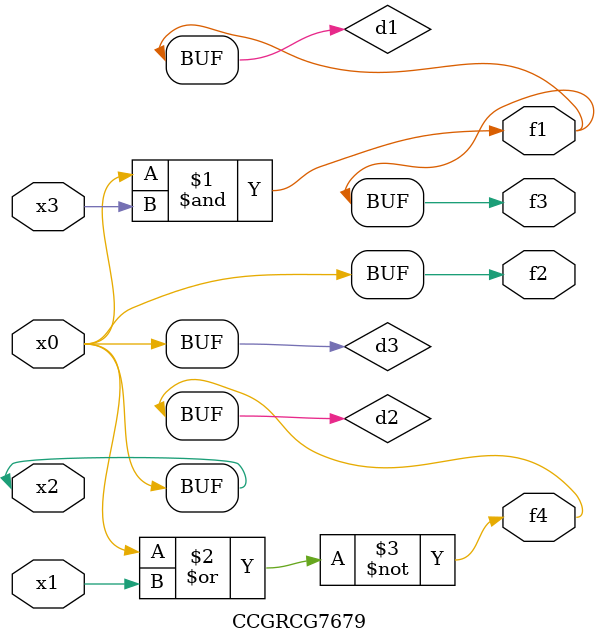
<source format=v>
module CCGRCG7679(
	input x0, x1, x2, x3,
	output f1, f2, f3, f4
);

	wire d1, d2, d3;

	and (d1, x2, x3);
	nor (d2, x0, x1);
	buf (d3, x0, x2);
	assign f1 = d1;
	assign f2 = d3;
	assign f3 = d1;
	assign f4 = d2;
endmodule

</source>
